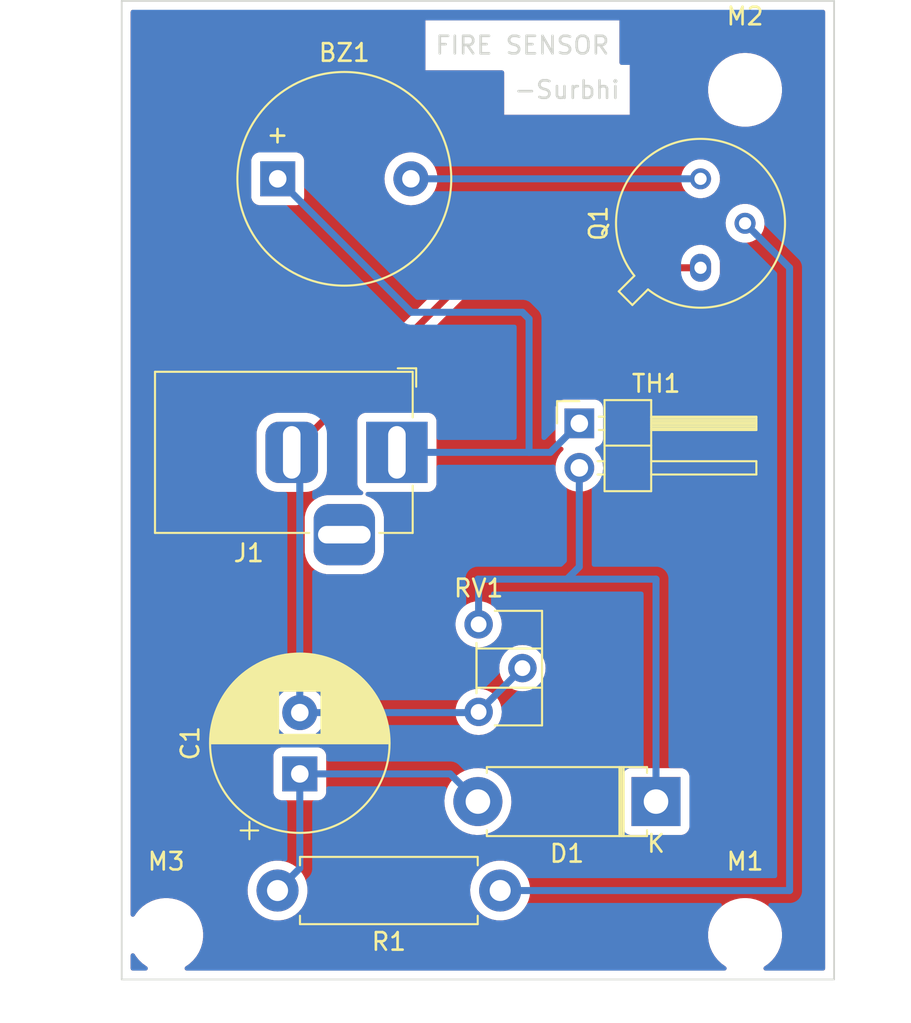
<source format=kicad_pcb>
(kicad_pcb (version 20211014) (generator pcbnew)
  (layers (0 "F.Cu" signal) (31 "B.Cu" signal) (34 "B.Paste" user) (35 "F.Paste" user) (36 "B.SilkS" user "B.Silkscreen") (37 "F.SilkS" user "F.Silkscreen") (38 "B.Mask" user) (39 "F.Mask" user) (44 "Edge.Cuts" user))
  (net 0 "")
  (net 1 "Net-(Q1-Pad2)")
  (net 2 "Net-(C1-Pad1)")
  (net 3 "Net-(D1-Pad1)")
  (net 4 "Net-(C1-Pad2)")
  (net 5 "Net-(BZ1-Pad2)")
  (net 7 "Net-(BZ1-Pad1)")
  (footprint "Buzzer_Beeper:Buzzer_12x9.5RM7.6" (layer "F.Cu") (at 113.04 86.36)
    (fp_text reference "BZ1" (at 3.8 -7.2) (layer "F.SilkS"))
    (fp_text value "Buzzer")
    (fp_text user "+" (at -0.01 -2.54) (layer "F.SilkS"))
    (fp_circle (center 3.8 0) (end 9.9 0) (layer "F.SilkS") (width 0.12) (fill none))
    (pad "1" thru_hole rect (at 0 0) (size 2 2) (drill 1) (layers *.Cu *.Mask) (net 7 "Net-(BZ1-Pad1)"))
    (pad "2" thru_hole circle (at 7.6 0) (size 2 2) (drill 1) (layers *.Cu *.Mask) (net 5 "Net-(BZ1-Pad2)"))
  )
  (footprint "MountingHole:MountingHole_3.2mm_M3" (layer "F.Cu") (at 106.68 129.54)
    (fp_text reference "M3" (at 0 -4.2) (layer "F.SilkS"))
    (fp_text value "MountingHole_3.2mm_M3")
    (pad "" np_thru_hole circle (at 0 0) (size 3.2 3.2) (drill 3.2) (layers *.Cu *.Mask))
  )
  (footprint "Resistor_THT:R_Axial_DIN0411_L9.9mm_D3.6mm_P12.70mm_Horizontal" (layer "F.Cu") (at 125.73 127 180)
    (fp_text reference "R1" (at 6.35 -2.92) (layer "F.SilkS"))
    (fp_text value "33K")
    (fp_line (start 1.28 1.92) (end 11.42 1.92) (layer "F.SilkS") (width 0.12))
    (fp_line (start 1.28 -1.44) (end 1.28 -1.92) (layer "F.SilkS") (width 0.12))
    (fp_line (start 11.42 1.92) (end 11.42 1.44) (layer "F.SilkS") (width 0.12))
    (fp_line (start 1.28 1.44) (end 1.28 1.92) (layer "F.SilkS") (width 0.12))
    (fp_line (start 11.42 -1.92) (end 11.42 -1.44) (layer "F.SilkS") (width 0.12))
    (fp_line (start 1.28 -1.92) (end 11.42 -1.92) (layer "F.SilkS") (width 0.12))
    (pad "1" thru_hole circle (at 0 0 180) (size 2.4 2.4) (drill 1.2) (layers *.Cu *.Mask) (net 1 "Net-(Q1-Pad2)"))
    (pad "2" thru_hole oval (at 12.7 0 180) (size 2.4 2.4) (drill 1.2) (layers *.Cu *.Mask) (net 2 "Net-(C1-Pad1)"))
  )
  (footprint "MountingHole:MountingHole_3.2mm_M3" (layer "F.Cu") (at 139.7 129.54)
    (fp_text reference "M1" (at 0 -4.2) (layer "F.SilkS"))
    (fp_text value "MountingHole_3.2mm_M3")
    (pad "" np_thru_hole circle (at 0 0) (size 3.2 3.2) (drill 3.2) (layers *.Cu *.Mask))
  )
  (footprint "MountingHole:MountingHole_3.2mm_M3" (layer "F.Cu") (at 139.7 81.28)
    (fp_text reference "M2" (at 0 -4.2) (layer "F.SilkS"))
    (fp_text value "MountingHole_3.2mm_M3")
    (pad "" np_thru_hole circle (at 0 0) (size 3.2 3.2) (drill 3.2) (layers *.Cu *.Mask))
  )
  (footprint "Package_TO_SOT_THT:TO-39-3" (layer "F.Cu") (at 137.16 91.44 90)
    (fp_text reference "Q1" (at 2.54 -5.82 90) (layer "F.SilkS"))
    (fp_text value "2N2219")
    (fp_line (start -0.457084 -3.774902) (end -1.348039 -4.665856) (layer "F.SilkS") (width 0.12))
    (fp_line (start -2.125856 -3.888039) (end -1.234902 -2.997084) (layer "F.SilkS") (width 0.12))
    (fp_line (start -1.348039 -4.665856) (end -2.125856 -3.888039) (layer "F.SilkS") (width 0.12))
    (fp_arc (start -0.457084 -3.774902) (mid 5.948125 3.408384) (end -1.234674 -2.997371) (layer "F.SilkS") (width 0.12))
    (pad "1" thru_hole oval (at 0 0 90) (size 1.6 1.2) (drill 0.7) (layers *.Cu *.Mask) (net 4 "Net-(C1-Pad2)"))
    (pad "2" thru_hole oval (at 2.54 2.54 90) (size 1.2 1.2) (drill 0.7) (layers *.Cu *.Mask) (net 1 "Net-(Q1-Pad2)"))
    (pad "3" thru_hole oval (at 5.08 0 90) (size 1.2 1.2) (drill 0.7) (layers *.Cu *.Mask) (net 5 "Net-(BZ1-Pad2)"))
  )
  (footprint "Connector_PinHeader_2.54mm:PinHeader_1x02_P2.54mm_Horizontal" (layer "F.Cu") (at 130.245 100.325)
    (fp_text reference "TH1" (at 4.385 -2.27) (layer "F.SilkS"))
    (fp_text value "5K")
    (fp_line (start 4.1 -0.2) (end 10.1 -0.2) (layer "F.SilkS") (width 0.12))
    (fp_line (start 10.1 -0.38) (end 10.1 0.38) (layer "F.SilkS") (width 0.12))
    (fp_line (start 4.1 -0.08) (end 10.1 -0.08) (layer "F.SilkS") (width 0.12))
    (fp_line (start 1.44 3.87) (end 4.1 3.87) (layer "F.SilkS") (width 0.12))
    (fp_line (start 4.1 2.16) (end 10.1 2.16) (layer "F.SilkS") (width 0.12))
    (fp_line (start -1.27 0) (end -1.27 -1.27) (layer "F.SilkS") (width 0.12))
    (fp_line (start 1.042929 2.92) (end 1.44 2.92) (layer "F.SilkS") (width 0.12))
    (fp_line (start 4.1 0.16) (end 10.1 0.16) (layer "F.SilkS") (width 0.12))
    (fp_line (start 10.1 0.38) (end 4.1 0.38) (layer "F.SilkS") (width 0.12))
    (fp_line (start 10.1 2.92) (end 4.1 2.92) (layer "F.SilkS") (width 0.12))
    (fp_line (start 1.44 -1.33) (end 1.44 3.87) (layer "F.SilkS") (width 0.12))
    (fp_line (start 4.1 -0.32) (end 10.1 -0.32) (layer "F.SilkS") (width 0.12))
    (fp_line (start -1.27 -1.27) (end 0 -1.27) (layer "F.SilkS") (width 0.12))
    (fp_line (start 4.1 -1.33) (end 1.44 -1.33) (layer "F.SilkS") (width 0.12))
    (fp_line (start 1.11 0.38) (end 1.44 0.38) (layer "F.SilkS") (width 0.12))
    (fp_line (start 4.1 3.87) (end 4.1 -1.33) (layer "F.SilkS") (width 0.12))
    (fp_line (start 4.1 0.28) (end 10.1 0.28) (layer "F.SilkS") (width 0.12))
    (fp_line (start 10.1 2.16) (end 10.1 2.92) (layer "F.SilkS") (width 0.12))
    (fp_line (start 1.44 1.27) (end 4.1 1.27) (layer "F.SilkS") (width 0.12))
    (fp_line (start 1.11 -0.38) (end 1.44 -0.38) (layer "F.SilkS") (width 0.12))
    (fp_line (start 4.1 0.04) (end 10.1 0.04) (layer "F.SilkS") (width 0.12))
    (fp_line (start 1.042929 2.16) (end 1.44 2.16) (layer "F.SilkS") (width 0.12))
    (fp_line (start 4.1 -0.38) (end 10.1 -0.38) (layer "F.SilkS") (width 0.12))
    (pad "1" thru_hole rect locked (at 0 0) (size 1.7 1.7) (drill 1) (layers *.Cu *.Mask) (net 7 "Net-(BZ1-Pad1)"))
    (pad "2" thru_hole oval locked (at 0 2.54) (size 1.7 1.7) (drill 1) (layers *.Cu *.Mask) (net 3 "Net-(D1-Pad1)"))
  )
  (footprint "Connector_BarrelJack:BarrelJack_Horizontal" (layer "F.Cu") (at 119.84 101.98)
    (fp_text reference "J1" (at -8.45 5.75) (layer "F.SilkS"))
    (fp_text value "DC")
    (fp_line (start 0.9 1.9) (end 0.9 4.6) (layer "F.SilkS") (width 0.12))
    (fp_line (start -13.8 -4.6) (end 0.9 -4.6) (layer "F.SilkS") (width 0.12))
    (fp_line (start 0.05 -4.8) (end 1.1 -4.8) (layer "F.SilkS") (width 0.12))
    (fp_line (start 0.9 -4.6) (end 0.9 -2) (layer "F.SilkS") (width 0.12))
    (fp_line (start -5 4.6) (end -13.8 4.6) (layer "F.SilkS") (width 0.12))
    (fp_line (start 1.1 -3.75) (end 1.1 -4.8) (layer "F.SilkS") (width 0.12))
    (fp_line (start 0.9 4.6) (end -1 4.6) (layer "F.SilkS") (width 0.12))
    (fp_line (start -13.8 4.6) (end -13.8 -4.6) (layer "F.SilkS") (width 0.12))
    (pad "1" thru_hole rect (at 0 0) (size 3.5 3.5) (drill oval 1 3) (layers *.Cu *.Mask) (net 7 "Net-(BZ1-Pad1)"))
    (pad "2" thru_hole roundrect (at -6 0) (size 3 3.5) (drill oval 1 3) (layers *.Cu *.Mask) (net 4 "Net-(C1-Pad2)"))
    (pad "3" thru_hole roundrect (at -3 4.7) (size 3.5 3.5) (drill oval 3 1) (layers *.Cu *.Mask))
  )
  (footprint "Diode_THT:D_5W_P10.16mm_Horizontal" (layer "F.Cu") (at 134.62 121.92 180)
    (fp_text reference "D1" (at 5.08 -2.97) (layer "F.SilkS"))
    (fp_text value "1N4007")
    (fp_text user "K" (at 0 -2.4) (layer "F.SilkS"))
    (fp_line (start 0.51 -1.64) (end 0.51 -1.97) (layer "F.SilkS") (width 0.12))
    (fp_line (start 9.65 -1.97) (end 9.65 -1.64) (layer "F.SilkS") (width 0.12))
    (fp_line (start 9.65 1.97) (end 9.65 1.64) (layer "F.SilkS") (width 0.12))
    (fp_line (start 1.965 -1.97) (end 1.965 1.97) (layer "F.SilkS") (width 0.12))
    (fp_line (start 0.51 1.97) (end 9.65 1.97) (layer "F.SilkS") (width 0.12))
    (fp_line (start 0.51 1.64) (end 0.51 1.97) (layer "F.SilkS") (width 0.12))
    (fp_line (start 2.085 -1.97) (end 2.085 1.97) (layer "F.SilkS") (width 0.12))
    (fp_line (start 0.51 -1.97) (end 9.65 -1.97) (layer "F.SilkS") (width 0.12))
    (fp_line (start 1.845 -1.97) (end 1.845 1.97) (layer "F.SilkS") (width 0.12))
    (pad "1" thru_hole rect (at 0 0 180) (size 2.8 2.8) (drill 1.4) (layers *.Cu *.Mask) (net 3 "Net-(D1-Pad1)"))
    (pad "2" thru_hole oval (at 10.16 0 180) (size 2.8 2.8) (drill 1.4) (layers *.Cu *.Mask) (net 2 "Net-(C1-Pad1)"))
  )
  (footprint "Potentiometer_THT:Potentiometer_ACP_CA6-H2,5_Horizontal" (layer "F.Cu") (at 124.5 111.8)
    (fp_text reference "RV1" (at 0 -2.06) (layer "F.SilkS"))
    (fp_text value "5K")
    (fp_line (start 0.925 -0.77) (end 3.62 -0.77) (layer "F.SilkS") (width 0.12))
    (fp_line (start -0.121 1.38) (end 3.62 1.38) (layer "F.SilkS") (width 0.12))
    (fp_line (start -0.121 1.38) (end -0.121 3.62) (layer "F.SilkS") (width 0.12))
    (fp_line (start 0.925 5.77) (end 3.62 5.77) (layer "F.SilkS") (width 0.12))
    (fp_line (start 3.62 -0.77) (end 3.62 5.77) (layer "F.SilkS") (width 0.12))
    (fp_line (start 3.62 1.38) (end 3.62 3.62) (layer "F.SilkS") (width 0.12))
    (fp_line (start -0.121 3.62) (end 3.62 3.62) (layer "F.SilkS") (width 0.12))
    (fp_line (start -0.121 1.066) (end -0.121 3.935) (layer "F.SilkS") (width 0.12))
    (pad "1" thru_hole circle (at 0 0) (size 1.62 1.62) (drill 0.9) (layers *.Cu *.Mask) (net 3 "Net-(D1-Pad1)"))
    (pad "2" thru_hole circle (at 2.5 2.5) (size 1.62 1.62) (drill 0.9) (layers *.Cu *.Mask) (net 4 "Net-(C1-Pad2)"))
    (pad "3" thru_hole circle (at 0 5) (size 1.62 1.62) (drill 0.9) (layers *.Cu *.Mask) (net 4 "Net-(C1-Pad2)"))
  )
  (footprint "Capacitor_THT:CP_Radial_D10.0mm_P3.50mm" (layer "F.Cu") (at 114.3 120.34 90)
    (fp_text reference "C1" (at 1.75 -6.25 90) (layer "F.SilkS"))
    (fp_text value "10uF")
    (fp_line (start 3.111 -4.897) (end 3.111 -1.241) (layer "F.SilkS") (width 0.12))
    (fp_line (start 3.471 1.241) (end 3.471 4.783) (layer "F.SilkS") (width 0.12))
    (fp_line (start 6.551 -1.742) (end 6.551 1.742) (layer "F.SilkS") (width 0.12))
    (fp_line (start 2.43 -5.035) (end 2.43 -1.241) (layer "F.SilkS") (width 0.12))
    (fp_line (start 2.27 1.241) (end 2.27 5.054) (layer "F.SilkS") (width 0.12))
    (fp_line (start 2.751 1.241) (end 2.751 4.982) (layer "F.SilkS") (width 0.12))
    (fp_line (start 3.951 1.241) (end 3.951 4.584) (layer "F.SilkS") (width 0.12))
    (fp_line (start 4.351 1.241) (end 4.351 4.371) (layer "F.SilkS") (width 0.12))
    (fp_line (start 5.431 -3.52) (end 5.431 3.52) (layer "F.SilkS") (width 0.12))
    (fp_line (start 2.31 -5.05) (end 2.31 -1.241) (layer "F.SilkS") (width 0.12))
    (fp_line (start 2.511 1.241) (end 2.511 5.024) (layer "F.SilkS") (width 0.12))
    (fp_line (start 6.751 -1.062) (end 6.751 1.062) (layer "F.SilkS") (width 0.12))
    (fp_line (start 3.911 1.241) (end 3.911 4.603) (layer "F.SilkS") (width 0.12))
    (fp_line (start 6.071 -2.709) (end 6.071 2.709) (layer "F.SilkS") (width 0.12))
    (fp_line (start 4.391 1.241) (end 4.391 4.347) (layer "F.SilkS") (width 0.12))
    (fp_line (start 4.271 -4.417) (end 4.271 -1.241) (layer "F.SilkS") (width 0.12))
    (fp_line (start 5.111 -3.824) (end 5.111 3.824) (layer "F.SilkS") (width 0.12))
    (fp_line (start 5.511 -3.436) (end 5.511 3.436) (layer "F.SilkS") (width 0.12))
    (fp_line (start 4.591 -4.221) (end 4.591 -1.241) (layer "F.SilkS") (width 0.12))
    (fp_line (start 6.591 -1.63) (end 6.591 1.63) (layer "F.SilkS") (width 0.12))
    (fp_line (start 2.591 -5.011) (end 2.591 -1.241) (layer "F.SilkS") (width 0.12))
    (fp_line (start 3.351 -4.824) (end 3.351 -1.241) (layer "F.SilkS") (width 0.12))
    (fp_line (start 2.791 1.241) (end 2.791 4.974) (layer "F.SilkS") (width 0.12))
    (fp_line (start 3.671 -4.707) (end 3.671 -1.241) (layer "F.SilkS") (width 0.12))
    (fp_line (start 1.95 -5.077) (end 1.95 5.077) (layer "F.SilkS") (width 0.12))
    (fp_line (start 4.431 1.241) (end 4.431 4.323) (layer "F.SilkS") (width 0.12))
    (fp_line (start 3.551 -4.754) (end 3.551 -1.241) (layer "F.SilkS") (width 0.12))
    (fp_line (start 3.391 -4.811) (end 3.391 -1.241) (layer "F.SilkS") (width 0.12))
    (fp_line (start 2.911 1.241) (end 2.911 4.947) (layer "F.SilkS") (width 0.12))
    (fp_line (start 4.431 -4.323) (end 4.431 -1.241) (layer "F.SilkS") (width 0.12))
    (fp_line (start 2.39 -5.04) (end 2.39 -1.241) (layer "F.SilkS") (width 0.12))
    (fp_line (start 5.151 -3.789) (end 5.151 3.789) (layer "F.SilkS") (width 0.12))
    (fp_line (start 4.751 -4.11) (end 4.751 4.11) (layer "F.SilkS") (width 0.12))
    (fp_line (start 2.43 1.241) (end 2.43 5.035) (layer "F.SilkS") (width 0.12))
    (fp_line (start 4.031 1.241) (end 4.031 4.545) (layer "F.SilkS") (width 0.12))
    (fp_line (start 2.831 1.241) (end 2.831 4.965) (layer "F.SilkS") (width 0.12))
    (fp_line (start 6.351 -2.209) (end 6.351 2.209) (layer "F.SilkS") (width 0.12))
    (fp_line (start 4.791 -4.08) (end 4.791 4.08) (layer "F.SilkS") (width 0.12))
    (fp_line (start 3.631 1.241) (end 3.631 4.723) (layer "F.SilkS") (width 0.12))
    (fp_line (start 3.271 1.241) (end 3.271 4.85) (layer "F.SilkS") (width 0.12))
    (fp_line (start 3.071 1.241) (end 3.071 4.907) (layer "F.SilkS") (width 0.12))
    (fp_line (start 5.271 -3.679) (end 5.271 3.679) (layer "F.SilkS") (width 0.12))
    (fp_line (start 5.831 -3.054) (end 5.831 3.054) (layer "F.SilkS") (width 0.12))
    (fp_line (start 6.111 -2.645) (end 6.111 2.645) (layer "F.SilkS") (width 0.12))
    (fp_line (start 3.511 -4.768) (end 3.511 -1.241) (layer "F.SilkS") (width 0.12))
    (fp_line (start 2.911 -4.947) (end 2.911 -1.241) (layer "F.SilkS") (width 0.12))
    (fp_line (start 4.351 -4.371) (end 4.351 -1.241) (layer "F.SilkS") (width 0.12))
    (fp_line (start 4.031 -4.545) (end 4.031 -1.241) (layer "F.SilkS") (width 0.12))
    (fp_line (start 4.071 -4.525) (end 4.071 -1.241) (layer "F.SilkS") (width 0.12))
    (fp_line (start 3.631 -4.723) (end 3.631 -1.241) (layer "F.SilkS") (width 0.12))
    (fp_line (start 2.31 1.241) (end 2.31 5.05) (layer "F.SilkS") (width 0.12))
    (fp_line (start 3.151 1.241) (end 3.151 4.885) (layer "F.SilkS") (width 0.12))
    (fp_line (start 2.991 -4.928) (end 2.991 -1.241) (layer "F.SilkS") (width 0.12))
    (fp_line (start 3.671 1.241) (end 3.671 4.707) (layer "F.SilkS") (width 0.12))
    (fp_line (start 2.551 1.241) (end 2.551 5.018) (layer "F.SilkS") (width 0.12))
    (fp_line (start 1.75 -5.08) (end 1.75 5.08) (layer "F.SilkS") (width 0.12))
    (fp_line (start 5.591 -3.347) (end 5.591 3.347) (layer "F.SilkS") (width 0.12))
    (fp_line (start 3.791 -4.657) (end 3.791 -1.241) (layer "F.SilkS") (width 0.12))
    (fp_line (start 3.871 -4.621) (end 3.871 -1.241) (layer "F.SilkS") (width 0.12))
    (fp_line (start 2.951 1.241) (end 2.951 4.938) (layer "F.SilkS") (width 0.12))
    (fp_line (start 4.311 -4.395) (end 4.311 -1.241) (layer "F.SilkS") (width 0.12))
    (fp_line (start 3.311 -4.837) (end 3.311 -1.241) (layer "F.SilkS") (width 0.12))
    (fp_line (start 4.711 -4.138) (end 4.711 -1.241) (layer "F.SilkS") (width 0.12))
    (fp_line (start 6.271 -2.365) (end 6.271 2.365) (layer "F.SilkS") (width 0.12))
    (fp_line (start 4.191 1.241) (end 4.191 4.462) (layer "F.SilkS") (width 0.12))
    (fp_line (start 6.671 -1.378) (end 6.671 1.378) (layer "F.SilkS") (width 0.12))
    (fp_line (start 3.991 -4.564) (end 3.991 -1.241) (layer "F.SilkS") (width 0.12))
    (fp_line (start 5.791 -3.106) (end 5.791 3.106) (layer "F.SilkS") (width 0.12))
    (fp_line (start 2.751 -4.982) (end 2.751 -1.241) (layer "F.SilkS") (width 0.12))
    (fp_line (start 4.111 1.241) (end 4.111 4.504) (layer "F.SilkS") (width 0.12))
    (fp_line (start 3.551 1.241) (end 3.551 4.754) (layer "F.SilkS") (width 0.12))
    (fp_line (start 5.631 -3.301) (end 5.631 3.301) (layer "F.SilkS") (width 0.12))
    (fp_line (start 2.551 -5.018) (end 2.551 -1.241) (layer "F.SilkS") (width 0.12))
    (fp_line (start 6.631 -1.51) (end 6.631 1.51) (layer "F.SilkS") (width 0.12))
    (fp_line (start 3.191 1.241) (end 3.191 4.874) (layer "F.SilkS") (width 0.12))
    (fp_line (start 5.991 -2.83) (end 5.991 2.83) (layer "F.SilkS") (width 0.12))
    (fp_line (start -3.729646 -2.875) (end -2.729646 -2.875) (layer "F.SilkS") (width 0.12))
    (fp_line (start 4.471 -4.298) (end 4.471 -1.241) (layer "F.SilkS") (width 0.12))
    (fp_line (start 2.711 -4.99) (end 2.711 -1.241) (layer "F.SilkS") (width 0.12))
    (fp_line (start 3.391 1.241) (end 3.391 4.811) (layer "F.SilkS") (width 0.12))
    (fp_line (start 4.551 1.241) (end 4.551 4.247) (layer "F.SilkS") (width 0.12))
    (fp_line (start 2.831 -4.965) (end 2.831 -1.241) (layer "F.SilkS") (width 0.12))
    (fp_line (start 4.671 -4.166) (end 4.671 -1.241) (layer "F.SilkS") (width 0.12))
    (fp_line (start 4.551 -4.247) (end 4.551 -1.241) (layer "F.SilkS") (width 0.12))
    (fp_line (start 2.23 -5.058) (end 2.23 5.058) (layer "F.SilkS") (width 0.12))
    (fp_line (start 5.071 -3.858) (end 5.071 3.858) (layer "F.SilkS") (width 0.12))
    (fp_line (start 2.791 -4.974) (end 2.791 -1.241) (layer "F.SilkS") (width 0.12))
    (fp_line (start 3.751 1.241) (end 3.751 4.674) (layer "F.SilkS") (width 0.12))
    (fp_line (start 3.751 -4.674) (end 3.751 -1.241) (layer "F.SilkS") (width 0.12))
    (fp_line (start 2.07 -5.07) (end 2.07 5.07) (layer "F.SilkS") (width 0.12))
    (fp_line (start 3.871 1.241) (end 3.871 4.621) (layer "F.SilkS") (width 0.12))
    (fp_line (start 4.831 -4.05) (end 4.831 4.05) (layer "F.SilkS") (width 0.12))
    (fp_line (start 4.231 -4.44) (end 4.231 -1.241) (layer "F.SilkS") (width 0.12))
    (fp_line (start 3.791 1.241) (end 3.791 4.657) (layer "F.SilkS") (width 0.12))
    (fp_line (start 1.91 -5.078) (end 1.91 5.078) (layer "F.SilkS") (width 0.12))
    (fp_line (start 3.431 1.241) (end 3.431 4.797) (layer "F.SilkS") (width 0.12))
    (fp_line (start 5.191 -3.753) (end 5.191 3.753) (layer "F.SilkS") (width 0.12))
    (fp_line (start 5.911 -2.945) (end 5.911 2.945) (layer "F.SilkS") (width 0.12))
    (fp_line (start 3.991 1.241) (end 3.991 4.564) (layer "F.SilkS") (width 0.12))
    (fp_line (start 2.35 -5.045) (end 2.35 -1.241) (layer "F.SilkS") (width 0.12))
    (fp_line (start 2.27 -5.054) (end 2.27 -1.241) (layer "F.SilkS") (width 0.12))
    (fp_line (start 2.39 1.241) (end 2.39 5.04) (layer "F.SilkS") (width 0.12))
    (fp_line (start 5.751 -3.156) (end 5.751 3.156) (layer "F.SilkS") (width 0.12))
    (fp_line (start 6.031 -2.77) (end 6.031 2.77) (layer "F.SilkS") (width 0.12))
    (fp_line (start 3.591 -4.738) (end 3.591 -1.241) (layer "F.SilkS") (width 0.12))
    (fp_line (start 6.471 -1.944) (end 6.471 1.944) (layer "F.SilkS") (width 0.12))
    (fp_line (start 5.671 -3.254) (end 5.671 3.254) (layer "F.SilkS") (width 0.12))
    (fp_line (start 5.391 -3.561) (end 5.391 3.561) (layer "F.SilkS") (width 0.12))
    (fp_line (start 3.511 1.241) (end 3.511 4.768) (layer "F.SilkS") (width 0.12))
    (fp_line (start 2.871 1.241) (end 2.871 4.956) (layer "F.SilkS") (width 0.12))
    (fp_line (start 6.191 -2.51) (end 6.191 2.51) (layer "F.SilkS") (width 0.12))
    (fp_line (start 2.631 -5.004) (end 2.631 -1.241) (layer "F.SilkS") (width 0.12))
    (fp_line (start 4.071 1.241) (end 4.071 4.525) (layer "F.SilkS") (width 0.12))
    (fp_line (start 3.031 1.241) (end 3.031 4.918) (layer "F.SilkS") (width 0.12))
    (fp_line (start 6.391 -2.125) (end 6.391 2.125) (layer "F.SilkS") (width 0.12))
    (fp_line (start 5.471 -3.478) (end 5.471 3.478) (layer "F.SilkS") (width 0.12))
    (fp_line (start 2.19 -5.062) (end 2.19 5.062) (layer "F.SilkS") (width 0.12))
    (fp_line (start 4.271 1.241) (end 4.271 4.417) (layer "F.SilkS") (width 0.12))
    (fp_line (start 6.231 -2.439) (end 6.231 2.439) (layer "F.SilkS") (width 0.12))
    (fp_line (start -3.229646 -3.375) (end -3.229646 -2.375) (layer "F.SilkS") (width 0.12))
    (fp_line (start 4.391 -4.347) (end 4.391 -1.241) (layer "F.SilkS") (width 0.12))
    (fp_line (start 2.471 1.241) (end 2.471 5.03) (layer "F.SilkS") (width 0.12))
    (fp_line (start 3.591 1.241) (end 3.591 4.738) (layer "F.SilkS") (width 0.12))
    (fp_line (start 5.951 -2.889) (end 5.951 2.889) (layer "F.SilkS") (width 0.12))
    (fp_line (start 4.111 -4.504) (end 4.111 -1.241) (layer "F.SilkS") (width 0.12))
    (fp_line (start 3.231 -4.862) (end 3.231 -1.241) (layer "F.SilkS") (width 0.12))
    (fp_line (start 2.631 1.241) (end 2.631 5.004) (layer "F.SilkS") (width 0.12))
    (fp_line (start 2.11 -5.068) (end 2.11 5.068) (layer "F.SilkS") (width 0.12))
    (fp_line (start 4.671 1.241) (end 4.671 4.166) (layer "F.SilkS") (width 0.12))
    (fp_line (start 3.111 1.241) (end 3.111 4.897) (layer "F.SilkS") (width 0.12))
    (fp_line (start 2.951 -4.938) (end 2.951 -1.241) (layer "F.SilkS") (width 0.12))
    (fp_line (start 6.511 -1.846) (end 6.511 1.846) (layer "F.SilkS") (width 0.12))
    (fp_line (start 2.03 -5.073) (end 2.03 5.073) (layer "F.SilkS") (width 0.12))
    (fp_line (start 3.471 -4.783) (end 3.471 -1.241) (layer "F.SilkS") (width 0.12))
    (fp_line (start 3.951 -4.584) (end 3.951 -1.241) (layer "F.SilkS") (width 0.12))
    (fp_line (start 4.311 1.241) (end 4.311 4.395) (layer "F.SilkS") (width 0.12))
    (fp_line (start 5.231 -3.716) (end 5.231 3.716) (layer "F.SilkS") (width 0.12))
    (fp_line (start 6.831 -0.599) (end 6.831 0.599) (layer "F.SilkS") (width 0.12))
    (fp_line (start 3.351 1.241) (end 3.351 4.824) (layer "F.SilkS") (width 0.12))
    (fp_line (start 3.151 -4.885) (end 3.151 -1.241) (layer "F.SilkS") (width 0.12))
    (fp_line (start 2.991 1.241) (end 2.991 4.928) (layer "F.SilkS") (width 0.12))
    (fp_line (start 6.791 -0.862) (end 6.791 0.862) (layer "F.SilkS") (width 0.12))
    (fp_line (start 2.711 1.241) (end 2.711 4.99) (layer "F.SilkS") (width 0.12))
    (fp_line (start 3.031 -4.918) (end 3.031 -1.241) (layer "F.SilkS") (width 0.12))
    (fp_line (start 2.671 1.241) (end 2.671 4.997) (layer "F.SilkS") (width 0.12))
    (fp_line (start 6.151 -2.579) (end 6.151 2.579) (layer "F.SilkS") (width 0.12))
    (fp_line (start 3.911 -4.603) (end 3.911 -1.241) (layer "F.SilkS") (width 0.12))
    (fp_line (start 2.35 1.241) (end 2.35 5.045) (layer "F.SilkS") (width 0.12))
    (fp_line (start 3.431 -4.797) (end 3.431 -1.241) (layer "F.SilkS") (width 0.12))
    (fp_line (start 3.711 1.241) (end 3.711 4.69) (layer "F.SilkS") (width 0.12))
    (fp_line (start 4.711 1.241) (end 4.711 4.138) (layer "F.SilkS") (width 0.12))
    (fp_line (start 3.271 -4.85) (end 3.271 -1.241) (layer "F.SilkS") (width 0.12))
    (fp_line (start 5.031 -3.892) (end 5.031 3.892) (layer "F.SilkS") (width 0.12))
    (fp_line (start 4.471 1.241) (end 4.471 4.298) (layer "F.SilkS") (width 0.12))
    (fp_line (start 4.151 1.241) (end 4.151 4.483) (layer "F.SilkS") (width 0.12))
    (fp_line (start 2.511 -5.024) (end 2.511 -1.241) (layer "F.SilkS") (width 0.12))
    (fp_line (start 1.79 -5.08) (end 1.79 5.08) (layer "F.SilkS") (width 0.12))
    (fp_line (start 4.631 -4.194) (end 4.631 -1.241) (layer "F.SilkS") (width 0.12))
    (fp_line (start 6.311 -2.289) (end 6.311 2.289) (layer "F.SilkS") (width 0.12))
    (fp_line (start 2.871 -4.956) (end 2.871 -1.241) (layer "F.SilkS") (width 0.12))
    (fp_line (start 4.991 -3.925) (end 4.991 3.925) (layer "F.SilkS") (width 0.12))
    (fp_line (start 4.191 -4.462) (end 4.191 -1.241) (layer "F.SilkS") (width 0.12))
    (fp_line (start 5.871 -3) (end 5.871 3) (layer "F.SilkS") (width 0.12))
    (fp_line (start 2.471 -5.03) (end 2.471 -1.241) (layer "F.SilkS") (width 0.12))
    (fp_line (start 3.831 -4.639) (end 3.831 -1.241) (layer "F.SilkS") (width 0.12))
    (fp_line (start 2.15 -5.065) (end 2.15 5.065) (layer "F.SilkS") (width 0.12))
    (fp_line (start 4.631 1.241) (end 4.631 4.194) (layer "F.SilkS") (width 0.12))
    (fp_line (start 4.871 -4.02) (end 4.871 4.02) (layer "F.SilkS") (width 0.12))
    (fp_line (start 6.431 -2.037) (end 6.431 2.037) (layer "F.SilkS") (width 0.12))
    (fp_line (start 5.351 -3.601) (end 5.351 3.601) (layer "F.SilkS") (width 0.12))
    (fp_line (start 6.711 -1.23) (end 6.711 1.23) (layer "F.SilkS") (width 0.12))
    (fp_line (start 3.831 1.241) (end 3.831 4.639) (layer "F.SilkS") (width 0.12))
    (fp_line (start 2.671 -4.997) (end 2.671 -1.241) (layer "F.SilkS") (width 0.12))
    (fp_line (start 3.071 -4.907) (end 3.071 -1.241) (layer "F.SilkS") (width 0.12))
    (fp_line (start 1.87 -5.079) (end 1.87 5.079) (layer "F.SilkS") (width 0.12))
    (fp_line (start 4.591 1.241) (end 4.591 4.221) (layer "F.SilkS") (width 0.12))
    (fp_line (start 4.231 1.241) (end 4.231 4.44) (layer "F.SilkS") (width 0.12))
    (fp_line (start 4.511 -4.273) (end 4.511 -1.241) (layer "F.SilkS") (width 0.12))
    (fp_line (start 1.99 -5.075) (end 1.99 5.075) (layer "F.SilkS") (width 0.12))
    (fp_line (start 4.151 -4.483) (end 4.151 -1.241) (layer "F.SilkS") (width 0.12))
    (fp_line (start 3.311 1.241) (end 3.311 4.837) (layer "F.SilkS") (width 0.12))
    (fp_line (start 4.911 -3.989) (end 4.911 3.989) (layer "F.SilkS") (width 0.12))
    (fp_line (start 3.231 1.241) (end 3.231 4.862) (layer "F.SilkS") (width 0.12))
    (fp_line (start 2.591 1.241) (end 2.591 5.011) (layer "F.SilkS") (width 0.12))
    (fp_line (start 3.191 -4.874) (end 3.191 -1.241) (layer "F.SilkS") (width 0.12))
    (fp_line (start 5.311 -3.64) (end 5.311 3.64) (layer "F.SilkS") (width 0.12))
    (fp_line (start 5.551 -3.392) (end 5.551 3.392) (layer "F.SilkS") (width 0.12))
    (fp_line (start 4.511 1.241) (end 4.511 4.273) (layer "F.SilkS") (width 0.12))
    (fp_line (start 1.83 -5.08) (end 1.83 5.08) (layer "F.SilkS") (width 0.12))
    (fp_line (start 4.951 -3.957) (end 4.951 3.957) (layer "F.SilkS") (width 0.12))
    (fp_line (start 3.711 -4.69) (end 3.711 -1.241) (layer "F.SilkS") (width 0.12))
    (fp_line (start 5.711 -3.206) (end 5.711 3.206) (layer "F.SilkS") (width 0.12))
    (fp_circle (center 1.75 0) (end 6.87 0) (layer "F.SilkS") (width 0.12) (fill none))
    (pad "1" thru_hole rect (at 0 0 90) (size 2 2) (drill 1) (layers *.Cu *.Mask) (net 2 "Net-(C1-Pad1)"))
    (pad "2" thru_hole circle (at 3.5 0 90) (size 2 2) (drill 1) (layers *.Cu *.Mask) (net 4 "Net-(C1-Pad2)"))
  )
  (gr_poly (pts (xy 144.78 132.08) (xy 104.14 132.08) (xy 104.14 76.2) (xy 144.78 76.2)) (layer "Edge.Cuts") (width 0.1) (fill none))
  (gr_text "FIRE SENSOR" (at 127 78.74) (layer "Edge.Cuts") (effects (font (size 1 1))))
  (gr_text "-Surbhi" (at 129.54 81.28) (layer "Edge.Cuts") (effects (font (size 1 1))))
  (segment (start 139.7 88.9) (end 142.24 91.44) (width 0.4) (layer "B.Cu") (net 1))
  (segment (start 142.24 91.44) (end 142.24 127) (width 0.4) (layer "B.Cu") (net 1))
  (segment (start 142.24 127) (end 125.73 127) (width 0.4) (layer "B.Cu") (net 1))
  (segment (start 122.88 120.34) (end 124.46 121.92) (width 0.4) (layer "B.Cu") (net 2))
  (segment (start 114.3 120.34) (end 114.3 125.73) (width 0.4) (layer "B.Cu") (net 2))
  (segment (start 114.3 120.34) (end 122.88 120.34) (width 0.4) (layer "B.Cu") (net 2))
  (segment (start 114.3 125.73) (end 113.03 127) (width 0.4) (layer "B.Cu") (net 2))
  (segment (start 129.54 109.22) (end 124.46 109.22) (width 0.4) (layer "B.Cu") (net 3))
  (segment (start 130.245 108.515) (end 129.54 109.22) (width 0.4) (layer "B.Cu") (net 3))
  (segment (start 130.245 102.865) (end 130.245 108.515) (width 0.4) (layer "B.Cu") (net 3))
  (segment (start 124.46 109.22) (end 124.5 109.26) (width 0.4) (layer "B.Cu") (net 3))
  (segment (start 134.62 121.92) (end 134.62 109.22) (width 0.4) (layer "B.Cu") (net 3))
  (segment (start 124.5 109.26) (end 124.5 111.8) (width 0.4) (layer "B.Cu") (net 3))
  (segment (start 134.62 109.22) (end 129.54 109.22) (width 0.4) (layer "B.Cu") (net 3))
  (segment (start 124.38 91.44) (end 137.16 91.44) (width 0.4) (layer "F.Cu") (net 4))
  (segment (start 113.84 101.98) (end 124.38 91.44) (width 0.4) (layer "F.Cu") (net 4))
  (segment (start 124.5 116.8) (end 127 114.3) (width 0.4) (layer "B.Cu") (net 4))
  (segment (start 124.46 116.84) (end 124.5 116.8) (width 0.4) (layer "B.Cu") (net 4))
  (segment (start 114.3 116.84) (end 124.46 116.84) (width 0.4) (layer "B.Cu") (net 4))
  (segment (start 114.3 102.44) (end 114.3 116.84) (width 0.4) (layer "B.Cu") (net 4))
  (segment (start 113.84 101.98) (end 114.3 102.44) (width 0.4) (layer "B.Cu") (net 4))
  (segment (start 120.64 86.36) (end 137.16 86.36) (width 0.4) (layer "B.Cu") (net 5))
  (segment (start 128.59 101.98) (end 130.245 100.325) (width 0.4) (layer "B.Cu") (net 7))
  (segment (start 127.38 101.98) (end 128.59 101.98) (width 0.4) (layer "B.Cu") (net 7))
  (segment (start 127 93.98) (end 127.38 94.36) (width 0.4) (layer "B.Cu") (net 7))
  (segment (start 120.66 93.98) (end 127 93.98) (width 0.4) (layer "B.Cu") (net 7))
  (segment (start 127.38 94.36) (end 127.38 101.98) (width 0.4) (layer "B.Cu") (net 7))
  (segment (start 119.84 101.98) (end 127.38 101.98) (width 0.4) (layer "B.Cu") (net 7))
  (segment (start 113.04 86.36) (end 120.66 93.98) (width 0.4) (layer "B.Cu") (net 7))
  (zone (net 0) (net_name "") (layer "F.Cu") (connect_pads (clearance 0.508)) (min_thickness 0.254) (fill yes (thermal_gap 0.508) (thermal_bridge_width 0.508))
    (polygon (pts (xy 144.78 132.08) (xy 104.14 132.08) (xy 104.14 76.2) (xy 144.78 76.2)))
  )
  (zone (net 0) (net_name "") (layer "B.Cu") (connect_pads (clearance 0.508)) (min_thickness 0.254) (fill yes (thermal_gap 0.508) (thermal_bridge_width 0.508))
    (polygon (pts (xy 144.78 132.08) (xy 104.14 132.08) (xy 104.14 76.2) (xy 144.78 76.2)))
  )
)
</source>
